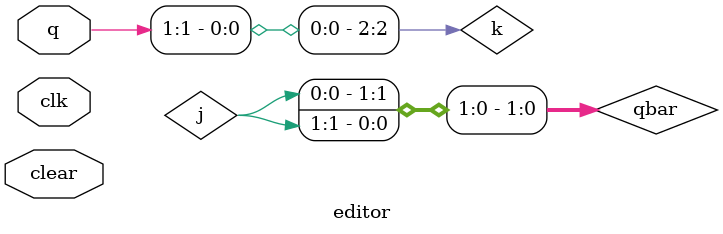
<source format=v>
module jkff(q, qbar, j, k, clear, clk);

    input j, k, clear, clk;
    output q, qbar;
    
    wire n1_out, n2_out, n3_out, n4_out, n5_out, n6_out, cbar;
    
    nand nand1(n1_out, j, qbar, clk, clear);
    nand nand2(n2_out, k, clk, q);
    
    nand nand3(n3_out, n1_out, n4_out);
    nand nand4(n4_out, n2_out, n3_out, clear);
    
    not n1(cbar, clk);
     
    nand nand5(n5_out, n3_out, cbar);
    nand nand6(n6_out, n4_out, cbar);
    
    nand nand7(q, n5_out, qbar);
    nand nand8(qbar, n6_out, q, clear);
    
endmodule

//0->3->5->4->7->2->0
module editor(q, clear, clk);
    wire [2:0] j,k,qbar;
    input [2:0] q;
    input clear,clk;

    jkff jk1(q[0],qbar[0],j[0],k[0],clear,clk);
    jkff jk2(q[1],qbar[1],j[1],k[1],clear,clk);
    jkff jk3(q[2],qbar[2],j[2],k[2],clear,clk);

    and(j[2],q[1], q[0]);
    assign k[2] = q[1];
    assign j[1] = qbar[0];
    or(k[1],qbar[2],qbar[0]);
    assign j[0] = qbar[1];
    or(k[0], qbar[1], q[2]);
    
endmodule

</source>
